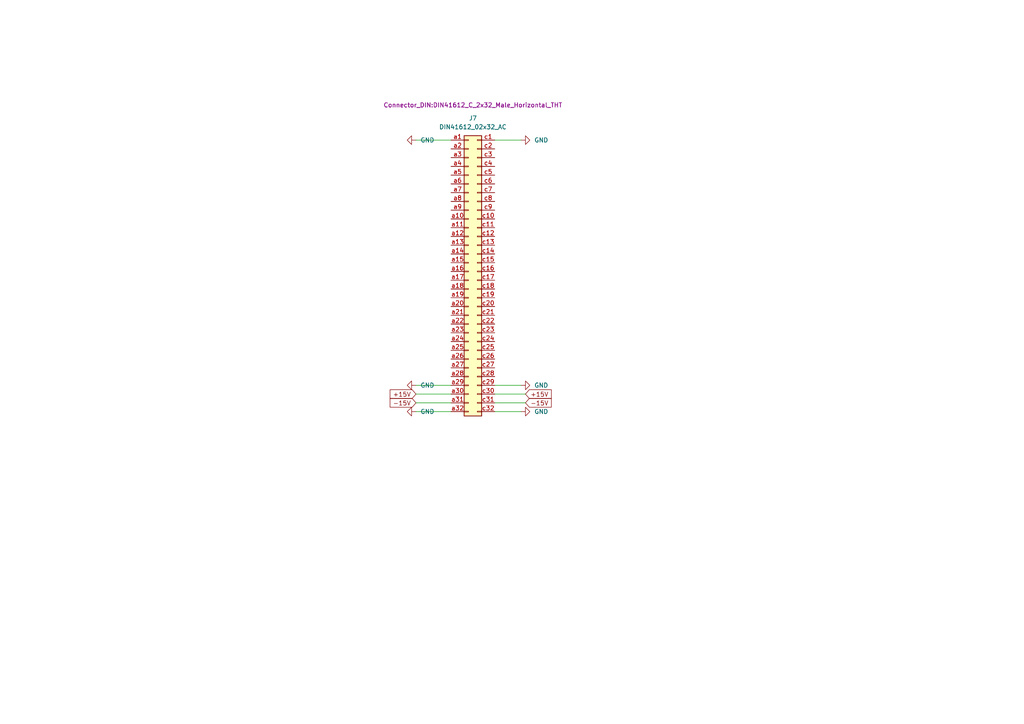
<source format=kicad_sch>
(kicad_sch (version 20250114) (generator "eeschema") (generator_version "9.0")
  (paper "A4")
  (title_block (title "OLARS backplane connector"))
  (lib_symbols
    (symbol "Connector:DIN41612_02x32_AC" (pin_names (offset 1.016) (hide yes))
      (property "Reference" "J" (at 1.27 40.64 0))
      (property "Value" "DIN41612_02x32_AC" (at 1.27 -43.18 0))
      (symbol "DIN41612_02x32_AC_1_1"
        (rectangle (start -1.27 39.37) (end 3.81 -41.91) (stroke (width 0.254)) (fill (type background)))
        (rectangle (start -1.27 38.227) (end 0 37.973) (stroke (width 0.1524)))
        (rectangle (start -1.27 35.687) (end 0 35.433) (stroke (width 0.1524)))
        (rectangle (start -1.27 33.147) (end 0 32.893) (stroke (width 0.1524)))
        (rectangle (start -1.27 30.607) (end 0 30.353) (stroke (width 0.1524)))
        (rectangle (start -1.27 28.067) (end 0 27.813) (stroke (width 0.1524)))
        (rectangle (start -1.27 25.527) (end 0 25.273) (stroke (width 0.1524)))
        (rectangle (start -1.27 22.987) (end 0 22.733) (stroke (width 0.1524)))
        (rectangle (start -1.27 20.447) (end 0 20.193) (stroke (width 0.1524)))
        (rectangle (start -1.27 17.907) (end 0 17.653) (stroke (width 0.1524)))
        (rectangle (start -1.27 15.367) (end 0 15.113) (stroke (width 0.1524)))
        (rectangle (start -1.27 12.827) (end 0 12.573) (stroke (width 0.1524)))
        (rectangle (start -1.27 10.287) (end 0 10.033) (stroke (width 0.1524)))
        (rectangle (start -1.27 7.747) (end 0 7.493) (stroke (width 0.1524)))
        (rectangle (start -1.27 5.207) (end 0 4.953) (stroke (width 0.1524)))
        (rectangle (start -1.27 2.667) (end 0 2.413) (stroke (width 0.1524)))
        (rectangle (start -1.27 0.127) (end 0 -0.127) (stroke (width 0.1524)))
        (rectangle (start -1.27 -2.413) (end 0 -2.667) (stroke (width 0.1524)))
        (rectangle (start -1.27 -4.953) (end 0 -5.207) (stroke (width 0.1524)))
        (rectangle (start -1.27 -7.493) (end 0 -7.747) (stroke (width 0.1524)))
        (rectangle (start -1.27 -10.033) (end 0 -10.287) (stroke (width 0.1524)))
        (rectangle (start -1.27 -12.573) (end 0 -12.827) (stroke (width 0.1524)))
        (rectangle (start -1.27 -15.113) (end 0 -15.367) (stroke (width 0.1524)))
        (rectangle (start -1.27 -17.653) (end 0 -17.907) (stroke (width 0.1524)))
        (rectangle (start -1.27 -20.193) (end 0 -20.447) (stroke (width 0.1524)))
        (rectangle (start -1.27 -22.733) (end 0 -22.987) (stroke (width 0.1524)))
        (rectangle (start -1.27 -25.273) (end 0 -25.527) (stroke (width 0.1524)))
        (rectangle (start -1.27 -27.813) (end 0 -28.067) (stroke (width 0.1524)))
        (rectangle (start -1.27 -30.353) (end 0 -30.607) (stroke (width 0.1524)))
        (rectangle (start -1.27 -32.893) (end 0 -33.147) (stroke (width 0.1524)))
        (rectangle (start -1.27 -35.433) (end 0 -35.687) (stroke (width 0.1524)))
        (rectangle (start -1.27 -37.973) (end 0 -38.227) (stroke (width 0.1524)))
        (rectangle (start -1.27 -40.513) (end 0 -40.767) (stroke (width 0.1524)))
        (rectangle (start 3.81 38.227) (end 2.54 37.973) (stroke (width 0.1524)))
        (rectangle (start 3.81 35.687) (end 2.54 35.433) (stroke (width 0.1524)))
        (rectangle (start 3.81 33.147) (end 2.54 32.893) (stroke (width 0.1524)))
        (rectangle (start 3.81 30.607) (end 2.54 30.353) (stroke (width 0.1524)))
        (rectangle (start 3.81 28.067) (end 2.54 27.813) (stroke (width 0.1524)))
        (rectangle (start 3.81 25.527) (end 2.54 25.273) (stroke (width 0.1524)))
        (rectangle (start 3.81 22.987) (end 2.54 22.733) (stroke (width 0.1524)))
        (rectangle (start 3.81 20.447) (end 2.54 20.193) (stroke (width 0.1524)))
        (rectangle (start 3.81 17.907) (end 2.54 17.653) (stroke (width 0.1524)))
        (rectangle (start 3.81 15.367) (end 2.54 15.113) (stroke (width 0.1524)))
        (rectangle (start 3.81 12.827) (end 2.54 12.573) (stroke (width 0.1524)))
        (rectangle (start 3.81 10.287) (end 2.54 10.033) (stroke (width 0.1524)))
        (rectangle (start 3.81 7.747) (end 2.54 7.493) (stroke (width 0.1524)))
        (rectangle (start 3.81 5.207) (end 2.54 4.953) (stroke (width 0.1524)))
        (rectangle (start 3.81 2.667) (end 2.54 2.413) (stroke (width 0.1524)))
        (rectangle (start 3.81 0.127) (end 2.54 -0.127) (stroke (width 0.1524)))
        (rectangle (start 3.81 -2.413) (end 2.54 -2.667) (stroke (width 0.1524)))
        (rectangle (start 3.81 -4.953) (end 2.54 -5.207) (stroke (width 0.1524)))
        (rectangle (start 3.81 -7.493) (end 2.54 -7.747) (stroke (width 0.1524)))
        (rectangle (start 3.81 -10.033) (end 2.54 -10.287) (stroke (width 0.1524)))
        (rectangle (start 3.81 -12.573) (end 2.54 -12.827) (stroke (width 0.1524)))
        (rectangle (start 3.81 -15.113) (end 2.54 -15.367) (stroke (width 0.1524)))
        (rectangle (start 3.81 -17.653) (end 2.54 -17.907) (stroke (width 0.1524)))
        (rectangle (start 3.81 -20.193) (end 2.54 -20.447) (stroke (width 0.1524)))
        (rectangle (start 3.81 -22.733) (end 2.54 -22.987) (stroke (width 0.1524)))
        (rectangle (start 3.81 -25.273) (end 2.54 -25.527) (stroke (width 0.1524)))
        (rectangle (start 3.81 -27.813) (end 2.54 -28.067) (stroke (width 0.1524)))
        (rectangle (start 3.81 -30.353) (end 2.54 -30.607) (stroke (width 0.1524)))
        (rectangle (start 3.81 -32.893) (end 2.54 -33.147) (stroke (width 0.1524)))
        (rectangle (start 3.81 -35.433) (end 2.54 -35.687) (stroke (width 0.1524)))
        (rectangle (start 3.81 -37.973) (end 2.54 -38.227) (stroke (width 0.1524)))
        (rectangle (start 3.81 -40.513) (end 2.54 -40.767) (stroke (width 0.1524)))
        (pin passive line (at -5.08 38.1 0) (length 3.81) (name "Pin_a1") (number "a1"))
        (pin passive line (at -5.08 35.56 0) (length 3.81) (name "Pin_a2") (number "a2"))
        (pin passive line (at -5.08 33.02 0) (length 3.81) (name "Pin_a3") (number "a3"))
        (pin passive line (at -5.08 30.48 0) (length 3.81) (name "Pin_a4") (number "a4"))
        (pin passive line (at -5.08 27.94 0) (length 3.81) (name "Pin_a5") (number "a5"))
        (pin passive line (at -5.08 25.4 0) (length 3.81) (name "Pin_a6") (number "a6"))
        (pin passive line (at -5.08 22.86 0) (length 3.81) (name "Pin_a7") (number "a7"))
        (pin passive line (at -5.08 20.32 0) (length 3.81) (name "Pin_a8") (number "a8"))
        (pin passive line (at -5.08 17.78 0) (length 3.81) (name "Pin_a9") (number "a9"))
        (pin passive line (at -5.08 15.24 0) (length 3.81) (name "Pin_a10") (number "a10"))
        (pin passive line (at -5.08 12.7 0) (length 3.81) (name "Pin_a11") (number "a11"))
        (pin passive line (at -5.08 10.16 0) (length 3.81) (name "Pin_a12") (number "a12"))
        (pin passive line (at -5.08 7.62 0) (length 3.81) (name "Pin_a13") (number "a13"))
        (pin passive line (at -5.08 5.08 0) (length 3.81) (name "Pin_a14") (number "a14"))
        (pin passive line (at -5.08 2.54 0) (length 3.81) (name "Pin_a15") (number "a15"))
        (pin passive line (at -5.08 0 0) (length 3.81) (name "Pin_a16") (number "a16"))
        (pin passive line (at -5.08 -2.54 0) (length 3.81) (name "Pin_a17") (number "a17"))
        (pin passive line (at -5.08 -5.08 0) (length 3.81) (name "Pin_a18") (number "a18"))
        (pin passive line (at -5.08 -7.62 0) (length 3.81) (name "Pin_a19") (number "a19"))
        (pin passive line (at -5.08 -10.16 0) (length 3.81) (name "Pin_a20") (number "a20"))
        (pin passive line (at -5.08 -12.7 0) (length 3.81) (name "Pin_a21") (number "a21"))
        (pin passive line (at -5.08 -15.24 0) (length 3.81) (name "Pin_a22") (number "a22"))
        (pin passive line (at -5.08 -17.78 0) (length 3.81) (name "Pin_a23") (number "a23"))
        (pin passive line (at -5.08 -20.32 0) (length 3.81) (name "Pin_a24") (number "a24"))
        (pin passive line (at -5.08 -22.86 0) (length 3.81) (name "Pin_a25") (number "a25"))
        (pin passive line (at -5.08 -25.4 0) (length 3.81) (name "Pin_a26") (number "a26"))
        (pin passive line (at -5.08 -27.94 0) (length 3.81) (name "Pin_a27") (number "a27"))
        (pin passive line (at -5.08 -30.48 0) (length 3.81) (name "Pin_a28") (number "a28"))
        (pin passive line (at -5.08 -33.02 0) (length 3.81) (name "Pin_a29") (number "a29"))
        (pin passive line (at -5.08 -35.56 0) (length 3.81) (name "Pin_a30") (number "a30"))
        (pin passive line (at -5.08 -38.1 0) (length 3.81) (name "Pin_a31") (number "a31"))
        (pin passive line (at -5.08 -40.64 0) (length 3.81) (name "Pin_a32") (number "a32"))
        (pin passive line (at 7.62 38.1 180) (length 3.81) (name "Pin_c1") (number "c1"))
        (pin passive line (at 7.62 35.56 180) (length 3.81) (name "Pin_c2") (number "c2"))
        (pin passive line (at 7.62 33.02 180) (length 3.81) (name "Pin_c3") (number "c3"))
        (pin passive line (at 7.62 30.48 180) (length 3.81) (name "Pin_c4") (number "c4"))
        (pin passive line (at 7.62 27.94 180) (length 3.81) (name "Pin_c5") (number "c5"))
        (pin passive line (at 7.62 25.4 180) (length 3.81) (name "Pin_c6") (number "c6"))
        (pin passive line (at 7.62 22.86 180) (length 3.81) (name "Pin_c7") (number "c7"))
        (pin passive line (at 7.62 20.32 180) (length 3.81) (name "Pin_c8") (number "c8"))
        (pin passive line (at 7.62 17.78 180) (length 3.81) (name "Pin_c9") (number "c9"))
        (pin passive line (at 7.62 15.24 180) (length 3.81) (name "Pin_c10") (number "c10"))
        (pin passive line (at 7.62 12.7 180) (length 3.81) (name "Pin_c11") (number "c11"))
        (pin passive line (at 7.62 10.16 180) (length 3.81) (name "Pin_c12") (number "c12"))
        (pin passive line (at 7.62 7.62 180) (length 3.81) (name "Pin_c13") (number "c13"))
        (pin passive line (at 7.62 5.08 180) (length 3.81) (name "Pin_c14") (number "c14"))
        (pin passive line (at 7.62 2.54 180) (length 3.81) (name "Pin_c15") (number "c15"))
        (pin passive line (at 7.62 0 180) (length 3.81) (name "Pin_c16") (number "c16"))
        (pin passive line (at 7.62 -2.54 180) (length 3.81) (name "Pin_c17") (number "c17"))
        (pin passive line (at 7.62 -5.08 180) (length 3.81) (name "Pin_c18") (number "c18"))
        (pin passive line (at 7.62 -7.62 180) (length 3.81) (name "Pin_c19") (number "c19"))
        (pin passive line (at 7.62 -10.16 180) (length 3.81) (name "Pin_c20") (number "c20"))
        (pin passive line (at 7.62 -12.7 180) (length 3.81) (name "Pin_c21") (number "c21"))
        (pin passive line (at 7.62 -15.24 180) (length 3.81) (name "Pin_c22") (number "c22"))
        (pin passive line (at 7.62 -17.78 180) (length 3.81) (name "Pin_c23") (number "c23"))
        (pin passive line (at 7.62 -20.32 180) (length 3.81) (name "Pin_c24") (number "c24"))
        (pin passive line (at 7.62 -22.86 180) (length 3.81) (name "Pin_c25") (number "c25"))
        (pin passive line (at 7.62 -25.4 180) (length 3.81) (name "Pin_c26") (number "c26"))
        (pin passive line (at 7.62 -27.94 180) (length 3.81) (name "Pin_c27") (number "c27"))
        (pin passive line (at 7.62 -30.48 180) (length 3.81) (name "Pin_c28") (number "c28"))
        (pin passive line (at 7.62 -33.02 180) (length 3.81) (name "Pin_c29") (number "c29"))
        (pin passive line (at 7.62 -35.56 180) (length 3.81) (name "Pin_c30") (number "c30"))
        (pin passive line (at 7.62 -38.1 180) (length 3.81) (name "Pin_c31") (number "c31"))
        (pin passive line (at 7.62 -40.64 180) (length 3.81) (name "Pin_c32") (number "c32"))
      )
    )
    (symbol "power:GND" (power) (pin_names (offset 0))
      (property "Value" "GND" (at 0 -3.81 0))
      (symbol "GND_0_1"
        (polyline (pts (xy 0 0) (xy 0 -1.27) (xy 1.27 -1.27) (xy 0 -2.54) (xy -1.27 -1.27) (xy 0 -1.27)))
      )
      (symbol "GND_1_1"
        (pin power_in line (at 0 0 270) (length 0) (hide yes) (name "GND") (number "1"))
      )
    )
  )
  (wire (pts (xy 143.51 111.76) (xy 151.13 111.76)))
  (wire (pts (xy 120.65 111.76) (xy 130.81 111.76)))
  (wire (pts (xy 120.65 40.64) (xy 130.81 40.64)))
  (wire (pts (xy 120.65 119.38) (xy 130.81 119.38)))
  (wire (pts (xy 120.65 114.3) (xy 130.81 114.3)))
  (wire (pts (xy 143.51 119.38) (xy 151.13 119.38)))
  (wire (pts (xy 120.65 116.84) (xy 130.81 116.84)))
  (wire (pts (xy 143.51 114.3) (xy 152.4 114.3)))
  (wire (pts (xy 143.51 40.64) (xy 151.13 40.64)))
  (wire (pts (xy 143.51 116.84) (xy 152.4 116.84)))
  (global_label "-15V" (shape input) (at 152.4 116.84 0) (property "Intersheetrefs" "${INTERSHEET_REFS}" (effects (hide yes))))
  (global_label "-15V" (shape input) (at 120.65 116.84 180) (property "Intersheetrefs" "${INTERSHEET_REFS}" (effects (hide yes))))
  (global_label "+15V" (shape input) (at 152.4 114.3 0) (property "Intersheetrefs" "${INTERSHEET_REFS}" (effects (hide yes))))
  (global_label "+15V" (shape input) (at 120.65 114.3 180) (property "Intersheetrefs" "${INTERSHEET_REFS}" (effects (hide yes))))
  (symbol (lib_id "power:GND") (at 151.13 111.76 90) (unit 1)
    (property "Reference" "#PWR0131" (effects (hide yes)))
    (property "Value" "GND" (at 154.94 111.7599 90) (effects (justify right)))
  )
  (symbol (lib_id "power:GND") (at 120.65 119.38 270) (unit 1)
    (property "Reference" "#PWR0128" (effects (hide yes)))
    (property "Value" "GND" (at 121.92 119.3799 90) (effects (justify left)))
  )
  (symbol (lib_id "Connector:DIN41612_02x32_AC") (at 135.89 78.74 0) (unit 1)
    (property "Reference" "J7" (at 137.16 34.29 0))
    (property "Value" "DIN41612_02x32_AC" (at 137.16 36.83 0))
    (property "Footprint" "Connector_DIN:DIN41612_C_2x32_Male_Horizontal_THT" (at 137.16 30.48 0))
  )
  (symbol (lib_id "power:GND") (at 151.13 119.38 90) (unit 1)
    (property "Reference" "#PWR0132" (effects (hide yes)))
    (property "Value" "GND" (at 154.94 119.3799 90) (effects (justify right)))
  )
  (symbol (lib_id "power:GND") (at 120.65 40.64 270) (unit 1)
    (property "Reference" "#PWR0129" (effects (hide yes)))
    (property "Value" "GND" (at 121.92 40.6399 90) (effects (justify left)))
  )
  (symbol (lib_id "power:GND") (at 120.65 111.76 270) (unit 1)
    (property "Reference" "#PWR0127" (effects (hide yes)))
    (property "Value" "GND" (at 121.92 111.7599 90) (effects (justify left)))
  )
  (symbol (lib_id "power:GND") (at 151.13 40.64 90) (unit 1)
    (property "Reference" "#PWR0130" (effects (hide yes)))
    (property "Value" "GND" (at 154.94 40.6399 90) (effects (justify right)))
  )
)
</source>
